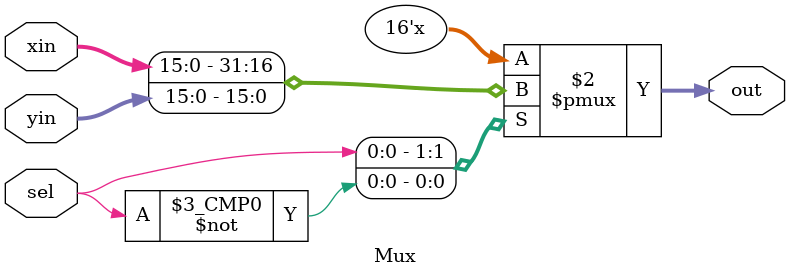
<source format=v>
module datapath(datapath_in, vsel, writenum, write, readnum, clk, loada, loadb, shift, six16, seven11dp, asel, bsel, ALUop, loadc, loads, status, datapath_out);

  input [15:0] datapath_in, six16, seven11dp;
  input vsel, write, clk, loada, loadb, asel, bsel, loadc, loads;
  input [2:0] writenum, readnum;
  input [1:0] shift, ALUop;
  output [15:0] datapath_out;
  output status;
  wire [15:0] data_in, data_out, w3t6, w4t8, w8t7, Ain, Bin, w2t5;
  wire w2t10;


  Mux #(16) mx9(datapath_in, datapath_out, vsel, data_in);
  regFile regFile0(data_in, writenum, write, readnum, clk, data_out);
  register #(16) regA(data_out, loada, clk, w3t6);
  register #(16) regB(data_out, loadb, clk, w4t8);
  shifter #(16) shifter0(w4t8, shift, w8t7);
  Mux #(16) mx6(six16, w3t6, asel, Ain);
  Mux #(16) mx7(seven11dp, w8t7, bsel, Bin);
  ALU alu0(Ain, Bin, ALUop, w2t5, w2t10);
  register #(16) regC(w2t5, loadc, clk, datapath_out);
  register #(1) statusblock(w2t10, loads, clk, status);//where does "out" go?

endmodule

module Mux(xin, yin, sel, out) ;
  parameter k = 16 ;
  input [k-1:0] xin, yin; 
  input sel ; 
  output[k-1:0] out ;
  reg [k-1:0] out ;

  always @(*)begin
    case(sel)
	1'b1: out = xin;
	1'b0: out = yin;
    endcase
  end
endmodule

</source>
